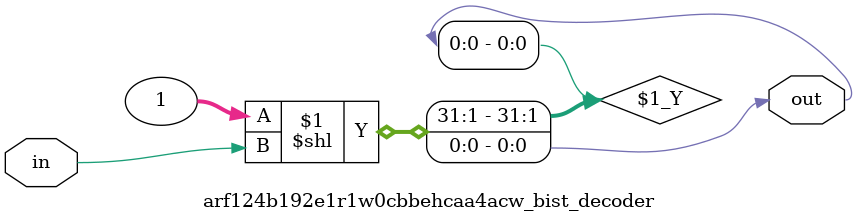
<source format=sv>

`ifndef ARF124B192E1R1W0CBBEHCAA4ACW_BIST_DECODER_SV
`define ARF124B192E1R1W0CBBEHCAA4ACW_BIST_DECODER_SV

module arf124b192e1r1w0cbbehcaa4acw_bist_decoder # (
  parameter IN_WIDTH  = 1,
  parameter OUT_WIDTH = 1
)
(
  input  logic [IN_WIDTH-1:0]  in,
  output logic [OUT_WIDTH-1:0] out
);
  
  assign out = 'b1 << in;

endmodule // arf124b192e1r1w0cbbehcaa4acw_bist_decoder

`endif // ARF124B192E1R1W0CBBEHCAA4ACW_BIST_DECODER_SV
</source>
